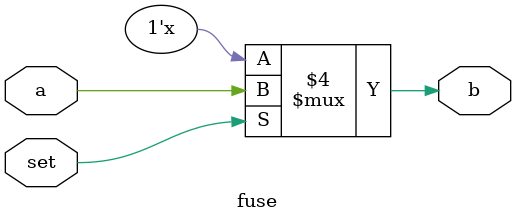
<source format=sv>
module fuse (
    input  logic a,
    input  logic set,
    output logic b
);

  // b->in, set->control, a->out
  // Mind high impedance state

  always_comb begin

    // If the control input of the fuse is set to logic-0, the output should be high-impedance.
    if(set == 'b0) begin
      b = 1'bz;
    //  If the control input is set to logic-1, the input is connected to the output.
    end else begin
      b = a;
    end
  end



endmodule

</source>
